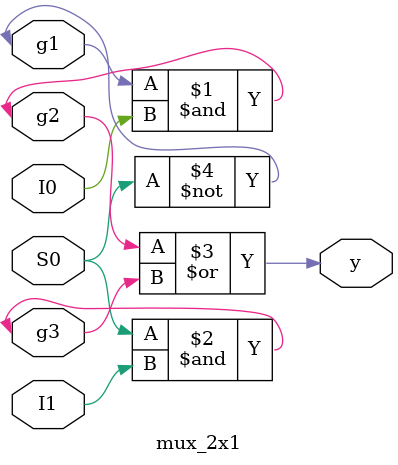
<source format=v>
module mux_2x1(output y , input S0,I0,I1,g1,g2,g3);
not(g1,S0);
and(g2,g1,I0);
and(g3,S0,I1);
or(y,g2,g3);
endmodule


</source>
